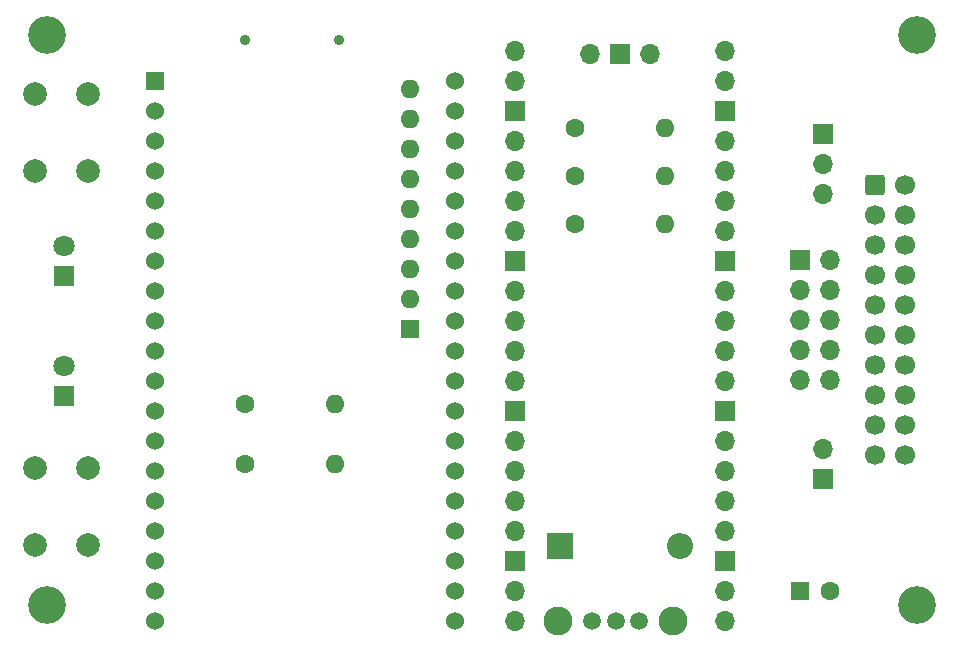
<source format=gbr>
%TF.GenerationSoftware,KiCad,Pcbnew,7.0.10*%
%TF.CreationDate,2024-01-20T12:51:41-06:00*%
%TF.ProjectId,Apple-68k-FujiNet-Rev0,4170706c-652d-4363-986b-2d46756a694e,Rev 0*%
%TF.SameCoordinates,Original*%
%TF.FileFunction,Soldermask,Bot*%
%TF.FilePolarity,Negative*%
%FSLAX46Y46*%
G04 Gerber Fmt 4.6, Leading zero omitted, Abs format (unit mm)*
G04 Created by KiCad (PCBNEW 7.0.10) date 2024-01-20 12:51:41*
%MOMM*%
%LPD*%
G01*
G04 APERTURE LIST*
G04 Aperture macros list*
%AMRoundRect*
0 Rectangle with rounded corners*
0 $1 Rounding radius*
0 $2 $3 $4 $5 $6 $7 $8 $9 X,Y pos of 4 corners*
0 Add a 4 corners polygon primitive as box body*
4,1,4,$2,$3,$4,$5,$6,$7,$8,$9,$2,$3,0*
0 Add four circle primitives for the rounded corners*
1,1,$1+$1,$2,$3*
1,1,$1+$1,$4,$5*
1,1,$1+$1,$6,$7*
1,1,$1+$1,$8,$9*
0 Add four rect primitives between the rounded corners*
20,1,$1+$1,$2,$3,$4,$5,0*
20,1,$1+$1,$4,$5,$6,$7,0*
20,1,$1+$1,$6,$7,$8,$9,0*
20,1,$1+$1,$8,$9,$2,$3,0*%
G04 Aperture macros list end*
%ADD10R,1.800000X1.800000*%
%ADD11C,1.800000*%
%ADD12C,2.000000*%
%ADD13O,1.700000X1.700000*%
%ADD14R,1.700000X1.700000*%
%ADD15C,1.600000*%
%ADD16O,1.600000X1.600000*%
%ADD17R,1.530000X1.530000*%
%ADD18C,1.530000*%
%ADD19C,3.200000*%
%ADD20RoundRect,0.250000X-0.600000X-0.600000X0.600000X-0.600000X0.600000X0.600000X-0.600000X0.600000X0*%
%ADD21C,1.700000*%
%ADD22R,1.600000X1.600000*%
%ADD23C,0.900000*%
%ADD24C,1.512000*%
%ADD25C,2.454000*%
%ADD26O,2.200000X2.200000*%
%ADD27R,2.200000X2.200000*%
G04 APERTURE END LIST*
D10*
%TO.C,D2*%
X118618000Y-104775000D03*
D11*
X118618000Y-102235000D03*
%TD*%
D10*
%TO.C,D1*%
X118618000Y-94615000D03*
D11*
X118618000Y-92075000D03*
%TD*%
D12*
%TO.C,SW1*%
X120650000Y-79225000D03*
X120650000Y-85725000D03*
X116150000Y-79225000D03*
X116150000Y-85725000D03*
%TD*%
D13*
%TO.C,U1*%
X174625000Y-123835000D03*
X174625000Y-121295000D03*
D14*
X174625000Y-118755000D03*
D13*
X174625000Y-116215000D03*
X174625000Y-113675000D03*
X174625000Y-111135000D03*
X174625000Y-108595000D03*
D14*
X174625000Y-106055000D03*
D13*
X174625000Y-103515000D03*
X174625000Y-100975000D03*
X174625000Y-98435000D03*
X174625000Y-95895000D03*
D14*
X174625000Y-93355000D03*
D13*
X174625000Y-90815000D03*
X174625000Y-88275000D03*
X174625000Y-85735000D03*
X174625000Y-83195000D03*
D14*
X174625000Y-80655000D03*
D13*
X174625000Y-78115000D03*
X174625000Y-75575000D03*
X156845000Y-75575000D03*
X156845000Y-78115000D03*
D14*
X156845000Y-80655000D03*
D13*
X156845000Y-83195000D03*
X156845000Y-85735000D03*
X156845000Y-88275000D03*
X156845000Y-90815000D03*
D14*
X156845000Y-93355000D03*
D13*
X156845000Y-95895000D03*
X156845000Y-98435000D03*
X156845000Y-100975000D03*
X156845000Y-103515000D03*
D14*
X156845000Y-106055000D03*
D13*
X156845000Y-108595000D03*
X156845000Y-111135000D03*
X156845000Y-113675000D03*
X156845000Y-116215000D03*
D14*
X156845000Y-118755000D03*
D13*
X156845000Y-121295000D03*
X156845000Y-123835000D03*
X168275000Y-75805000D03*
D14*
X165735000Y-75805000D03*
D13*
X163195000Y-75805000D03*
%TD*%
D14*
%TO.C,J3*%
X182880000Y-111760000D03*
D13*
X182880000Y-109220000D03*
%TD*%
D15*
%TO.C,R3*%
X161925000Y-82070000D03*
D16*
X169545000Y-82070000D03*
%TD*%
D17*
%TO.C,U2*%
X126365000Y-78115000D03*
D18*
X126365000Y-80655000D03*
X126365000Y-83195000D03*
X126365000Y-85735000D03*
X126365000Y-88275000D03*
X126365000Y-90815000D03*
X126365000Y-93355000D03*
X126365000Y-95895000D03*
X126365000Y-98435000D03*
X126365000Y-100975000D03*
X126365000Y-103515000D03*
X126365000Y-106055000D03*
X126365000Y-108595000D03*
X126365000Y-111135000D03*
X126365000Y-113675000D03*
X126365000Y-116215000D03*
X126365000Y-118755000D03*
X126365000Y-121295000D03*
X126365000Y-123835000D03*
X151765000Y-123835000D03*
X151765000Y-121295000D03*
X151765000Y-118755000D03*
X151765000Y-116215000D03*
X151765000Y-113675000D03*
X151765000Y-111135000D03*
X151765000Y-108595000D03*
X151765000Y-106055000D03*
X151765000Y-103515000D03*
X151765000Y-100975000D03*
X151765000Y-98435000D03*
X151765000Y-95895000D03*
X151765000Y-93355000D03*
X151765000Y-90815000D03*
X151765000Y-88275000D03*
X151765000Y-85735000D03*
X151765000Y-83195000D03*
X151765000Y-80655000D03*
X151765000Y-78115000D03*
%TD*%
D15*
%TO.C,R4*%
X133985000Y-110490000D03*
D16*
X141605000Y-110490000D03*
%TD*%
D19*
%TO.C,H1*%
X190881000Y-74168000D03*
%TD*%
D14*
%TO.C,J2*%
X180975000Y-93223000D03*
D13*
X183515000Y-93223000D03*
X180975000Y-95763000D03*
X183515000Y-95763000D03*
X180975000Y-98303000D03*
X183515000Y-98303000D03*
X180975000Y-100843000D03*
X183515000Y-100843000D03*
X180975000Y-103383000D03*
X183515000Y-103383000D03*
%TD*%
D19*
%TO.C,H2*%
X190881000Y-122428000D03*
%TD*%
%TO.C,H3*%
X117221000Y-74168000D03*
%TD*%
%TO.C,H4*%
X117221000Y-122428000D03*
%TD*%
D15*
%TO.C,R5*%
X133985000Y-105410000D03*
D16*
X141605000Y-105410000D03*
%TD*%
D20*
%TO.C,J1*%
X187325000Y-86868000D03*
D21*
X189865000Y-86868000D03*
X187325000Y-89408000D03*
X189865000Y-89408000D03*
X187325000Y-91948000D03*
X189865000Y-91948000D03*
X187325000Y-94488000D03*
X189865000Y-94488000D03*
X187325000Y-97028000D03*
X189865000Y-97028000D03*
X187325000Y-99568000D03*
X189865000Y-99568000D03*
X187325000Y-102108000D03*
X189865000Y-102108000D03*
X187325000Y-104648000D03*
X189865000Y-104648000D03*
X187325000Y-107188000D03*
X189865000Y-107188000D03*
X187325000Y-109728000D03*
X189865000Y-109728000D03*
%TD*%
D12*
%TO.C,SW2*%
X120650000Y-110848000D03*
X120650000Y-117348000D03*
X116150000Y-110848000D03*
X116150000Y-117348000D03*
%TD*%
D22*
%TO.C,RN1*%
X147955000Y-99060000D03*
D16*
X147955000Y-96520000D03*
X147955000Y-93980000D03*
X147955000Y-91440000D03*
X147955000Y-88900000D03*
X147955000Y-86360000D03*
X147955000Y-83820000D03*
X147955000Y-81280000D03*
X147955000Y-78740000D03*
%TD*%
D14*
%TO.C,J4*%
X182880000Y-82550000D03*
D13*
X182880000Y-85090000D03*
X182880000Y-87630000D03*
%TD*%
D15*
%TO.C,R2*%
X161925000Y-86120000D03*
D16*
X169545000Y-86120000D03*
%TD*%
D22*
%TO.C,C2*%
X180975000Y-121285000D03*
D15*
X183475000Y-121285000D03*
%TD*%
%TO.C,R1*%
X161925000Y-90170000D03*
D16*
X169545000Y-90170000D03*
%TD*%
D23*
%TO.C,P1*%
X141957600Y-74636800D03*
X133957600Y-74636800D03*
%TD*%
D24*
%TO.C,S1*%
X163330000Y-123825000D03*
X165330000Y-123825000D03*
X167330000Y-123825000D03*
D25*
X160480000Y-123825000D03*
X170180000Y-123825000D03*
%TD*%
D26*
%TO.C,D3*%
X170815000Y-117475000D03*
D27*
X160655000Y-117475000D03*
%TD*%
M02*

</source>
